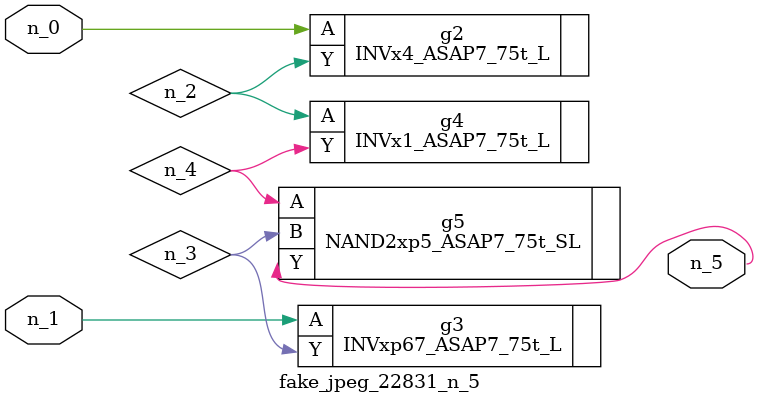
<source format=v>
module fake_jpeg_22831_n_5 (n_0, n_1, n_5);

input n_0;
input n_1;

output n_5;

wire n_3;
wire n_2;
wire n_4;

INVx4_ASAP7_75t_L g2 ( 
.A(n_0),
.Y(n_2)
);

INVxp67_ASAP7_75t_L g3 ( 
.A(n_1),
.Y(n_3)
);

INVx1_ASAP7_75t_L g4 ( 
.A(n_2),
.Y(n_4)
);

NAND2xp5_ASAP7_75t_SL g5 ( 
.A(n_4),
.B(n_3),
.Y(n_5)
);


endmodule
</source>
